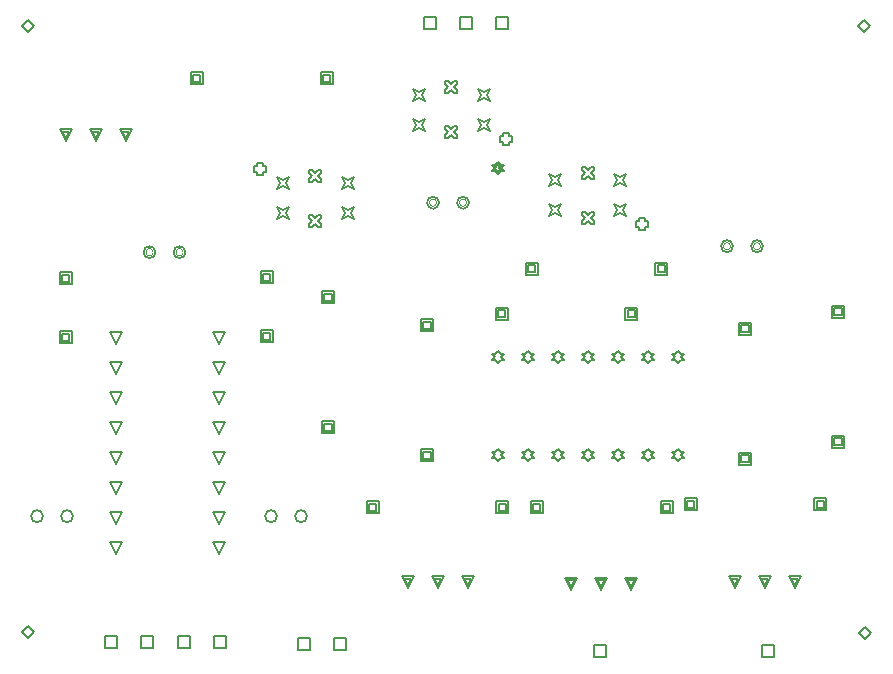
<source format=gbr>
%TF.GenerationSoftware,Altium Limited,Altium Designer,24.7.2 (38)*%
G04 Layer_Color=2752767*
%FSLAX45Y45*%
%MOMM*%
%TF.SameCoordinates,8DC067B9-F269-4F74-8086-07FC6546BFF1*%
%TF.FilePolarity,Positive*%
%TF.FileFunction,Drawing*%
%TF.Part,Single*%
G01*
G75*
%TA.AperFunction,NonConductor*%
%ADD27C,0.12700*%
%ADD28C,0.16933*%
%ADD29C,0.10160*%
D27*
X304800Y5473700D02*
X355600Y5524500D01*
X406400Y5473700D01*
X355600Y5422900D01*
X304800Y5473700D01*
X2844800Y3124200D02*
Y3225800D01*
X2946400D01*
Y3124200D01*
X2844800D01*
X2865120Y3144520D02*
Y3205480D01*
X2926080D01*
Y3144520D01*
X2865120D01*
X2844800Y2024202D02*
Y2125802D01*
X2946400D01*
Y2024202D01*
X2844800D01*
X2865120Y2044522D02*
Y2105482D01*
X2926080D01*
Y2044522D01*
X2865120D01*
X1976700Y1003300D02*
X1925900Y1104900D01*
X2027500D01*
X1976700Y1003300D01*
Y1257300D02*
X1925900Y1358900D01*
X2027500D01*
X1976700Y1257300D01*
Y1511300D02*
X1925900Y1612900D01*
X2027500D01*
X1976700Y1511300D01*
Y1765300D02*
X1925900Y1866900D01*
X2027500D01*
X1976700Y1765300D01*
Y2019300D02*
X1925900Y2120900D01*
X2027500D01*
X1976700Y2019300D01*
Y2273300D02*
X1925900Y2374900D01*
X2027500D01*
X1976700Y2273300D01*
Y2527300D02*
X1925900Y2628900D01*
X2027500D01*
X1976700Y2527300D01*
Y2781300D02*
X1925900Y2882900D01*
X2027500D01*
X1976700Y2781300D01*
X1096702D02*
X1045902Y2882900D01*
X1147502D01*
X1096702Y2781300D01*
Y2527300D02*
X1045902Y2628900D01*
X1147502D01*
X1096702Y2527300D01*
Y2273300D02*
X1045902Y2374900D01*
X1147502D01*
X1096702Y2273300D01*
Y2019300D02*
X1045902Y2120900D01*
X1147502D01*
X1096702Y2019300D01*
Y1765300D02*
X1045902Y1866900D01*
X1147502D01*
X1096702Y1765300D01*
Y1511300D02*
X1045902Y1612900D01*
X1147502D01*
X1096702Y1511300D01*
Y1257300D02*
X1045902Y1358900D01*
X1147502D01*
X1096702Y1257300D01*
Y1003300D02*
X1045902Y1104900D01*
X1147502D01*
X1096702Y1003300D01*
X2459899Y4089400D02*
X2485299Y4140200D01*
X2459899Y4191000D01*
X2510699Y4165600D01*
X2561499Y4191000D01*
X2536099Y4140200D01*
X2561499Y4089400D01*
X2510699Y4114800D01*
X2459899Y4089400D01*
X2734899Y3772398D02*
X2760299D01*
X2785699Y3797798D01*
X2811099Y3772398D01*
X2836499D01*
Y3797798D01*
X2811099Y3823198D01*
X2836499Y3848598D01*
Y3873998D01*
X2811099D01*
X2785699Y3848598D01*
X2760299Y3873998D01*
X2734899D01*
Y3848598D01*
X2760299Y3823198D01*
X2734899Y3797798D01*
Y3772398D01*
Y4152402D02*
X2760299D01*
X2785699Y4177802D01*
X2811099Y4152402D01*
X2836499D01*
Y4177802D01*
X2811099Y4203202D01*
X2836499Y4228602D01*
Y4254002D01*
X2811099D01*
X2785699Y4228602D01*
X2760299Y4254002D01*
X2734899D01*
Y4228602D01*
X2760299Y4203202D01*
X2734899Y4177802D01*
Y4152402D01*
X2295301Y4232798D02*
Y4207398D01*
X2346101D01*
Y4232798D01*
X2371501D01*
Y4283598D01*
X2346101D01*
Y4308998D01*
X2295301D01*
Y4283598D01*
X2269901D01*
Y4232798D01*
X2295301D01*
X3009900Y4089400D02*
X3035300Y4140200D01*
X3009900Y4191000D01*
X3060700Y4165600D01*
X3111500Y4191000D01*
X3086100Y4140200D01*
X3111500Y4089400D01*
X3060700Y4114800D01*
X3009900Y4089400D01*
Y3835400D02*
X3035300Y3886200D01*
X3009900Y3937000D01*
X3060700Y3911600D01*
X3111500Y3937000D01*
X3086100Y3886200D01*
X3111500Y3835400D01*
X3060700Y3860800D01*
X3009900Y3835400D01*
X2459899D02*
X2485299Y3886200D01*
X2459899Y3937000D01*
X2510699Y3911600D01*
X2561499Y3937000D01*
X2536099Y3886200D01*
X2561499Y3835400D01*
X2510699Y3860800D01*
X2459899Y3835400D01*
X5316901Y3860800D02*
X5342301Y3911600D01*
X5316901Y3962400D01*
X5367701Y3937000D01*
X5418501Y3962400D01*
X5393101Y3911600D01*
X5418501Y3860800D01*
X5367701Y3886200D01*
X5316901Y3860800D01*
X5041901Y4177802D02*
X5067301D01*
X5092701Y4203202D01*
X5118101Y4177802D01*
X5143501D01*
Y4203202D01*
X5118101Y4228602D01*
X5143501Y4254002D01*
Y4279402D01*
X5118101D01*
X5092701Y4254002D01*
X5067301Y4279402D01*
X5041901D01*
Y4254002D01*
X5067301Y4228602D01*
X5041901Y4203202D01*
Y4177802D01*
Y3797798D02*
X5067301D01*
X5092701Y3823198D01*
X5118101Y3797798D01*
X5143501D01*
Y3823198D01*
X5118101Y3848598D01*
X5143501Y3873998D01*
Y3899398D01*
X5118101D01*
X5092701Y3873998D01*
X5067301Y3899398D01*
X5041901D01*
Y3873998D01*
X5067301Y3848598D01*
X5041901Y3823198D01*
Y3797798D01*
X5532299Y3768202D02*
Y3742802D01*
X5583099D01*
Y3768202D01*
X5608499D01*
Y3819002D01*
X5583099D01*
Y3844402D01*
X5532299D01*
Y3819002D01*
X5506899D01*
Y3768202D01*
X5532299D01*
X4766900Y3860800D02*
X4792300Y3911600D01*
X4766900Y3962400D01*
X4817700Y3937000D01*
X4868500Y3962400D01*
X4843100Y3911600D01*
X4868500Y3860800D01*
X4817700Y3886200D01*
X4766900Y3860800D01*
Y4114800D02*
X4792300Y4165600D01*
X4766900Y4216400D01*
X4817700Y4191000D01*
X4868500Y4216400D01*
X4843100Y4165600D01*
X4868500Y4114800D01*
X4817700Y4140200D01*
X4766900Y4114800D01*
X5316901D02*
X5342301Y4165600D01*
X5316901Y4216400D01*
X5367701Y4191000D01*
X5418501Y4216400D01*
X5393101Y4165600D01*
X5418501Y4114800D01*
X5367701Y4140200D01*
X5316901Y4114800D01*
X4318000Y5448300D02*
Y5549900D01*
X4419600D01*
Y5448300D01*
X4318000D01*
X4161200Y4584700D02*
X4186600Y4635500D01*
X4161200Y4686300D01*
X4212000Y4660900D01*
X4262800Y4686300D01*
X4237400Y4635500D01*
X4262800Y4584700D01*
X4212000Y4610100D01*
X4161200Y4584700D01*
X3886199Y4901702D02*
X3911599D01*
X3936999Y4927102D01*
X3962399Y4901702D01*
X3987799D01*
Y4927102D01*
X3962399Y4952502D01*
X3987799Y4977902D01*
Y5003302D01*
X3962399D01*
X3936999Y4977902D01*
X3911599Y5003302D01*
X3886199D01*
Y4977902D01*
X3911599Y4952502D01*
X3886199Y4927102D01*
Y4901702D01*
Y4521698D02*
X3911599D01*
X3936999Y4547098D01*
X3962399Y4521698D01*
X3987799D01*
Y4547098D01*
X3962399Y4572498D01*
X3987799Y4597898D01*
Y4623298D01*
X3962399D01*
X3936999Y4597898D01*
X3911599Y4623298D01*
X3886199D01*
Y4597898D01*
X3911599Y4572498D01*
X3886199Y4547098D01*
Y4521698D01*
X4376602Y4492102D02*
Y4466702D01*
X4427402D01*
Y4492102D01*
X4452802D01*
Y4542902D01*
X4427402D01*
Y4568302D01*
X4376602D01*
Y4542902D01*
X4351202D01*
Y4492102D01*
X4376602D01*
X3611199Y4584700D02*
X3636599Y4635500D01*
X3611199Y4686300D01*
X3661999Y4660900D01*
X3712799Y4686300D01*
X3687399Y4635500D01*
X3712799Y4584700D01*
X3661999Y4610100D01*
X3611199Y4584700D01*
Y4838700D02*
X3636599Y4889500D01*
X3611199Y4940300D01*
X3661999Y4914900D01*
X3712799Y4940300D01*
X3687399Y4889500D01*
X3712799Y4838700D01*
X3661999Y4864100D01*
X3611199Y4838700D01*
X4161200D02*
X4186600Y4889500D01*
X4161200Y4940300D01*
X4212000Y4914900D01*
X4262800Y4940300D01*
X4237400Y4889500D01*
X4262800Y4838700D01*
X4212000Y4864100D01*
X4161200Y4838700D01*
X3708400Y5448300D02*
Y5549900D01*
X3810000D01*
Y5448300D01*
X3708400D01*
X4013200D02*
Y5549900D01*
X4114800D01*
Y5448300D01*
X4013200D01*
X1732097Y4978400D02*
Y5080000D01*
X1833697D01*
Y4978400D01*
X1732097D01*
X1752417Y4998720D02*
Y5059680D01*
X1813377D01*
Y4998720D01*
X1752417D01*
X2832100Y4978400D02*
Y5080000D01*
X2933700D01*
Y4978400D01*
X2832100D01*
X2852420Y4998720D02*
Y5059680D01*
X2913380D01*
Y4998720D01*
X2852420D01*
X3683000Y1786799D02*
Y1888399D01*
X3784600D01*
Y1786799D01*
X3683000D01*
X3703320Y1807119D02*
Y1868079D01*
X3764280D01*
Y1807119D01*
X3703320D01*
X3683000Y2886801D02*
Y2988401D01*
X3784600D01*
Y2886801D01*
X3683000D01*
X3703320Y2907121D02*
Y2968081D01*
X3764280D01*
Y2907121D01*
X3703320D01*
X7378700Y5473700D02*
X7429500Y5524500D01*
X7480300Y5473700D01*
X7429500Y5422900D01*
X7378700Y5473700D01*
X304800Y342900D02*
X355600Y393700D01*
X406400Y342900D01*
X355600Y292100D01*
X304800Y342900D01*
X7391400Y330200D02*
X7442200Y381000D01*
X7493000Y330200D01*
X7442200Y279400D01*
X7391400Y330200D01*
X2324100Y3294000D02*
Y3395600D01*
X2425700D01*
Y3294000D01*
X2324100D01*
X2344420Y3314320D02*
Y3375280D01*
X2405380D01*
Y3314320D01*
X2344420D01*
X2324100Y2794000D02*
Y2895600D01*
X2425700D01*
Y2794000D01*
X2324100D01*
X2344420Y2814320D02*
Y2875280D01*
X2405380D01*
Y2814320D01*
X2344420D01*
X4330700Y1790700D02*
X4356100Y1816100D01*
X4381500D01*
X4356100Y1841500D01*
X4381500Y1866900D01*
X4356100D01*
X4330700Y1892300D01*
X4305300Y1866900D01*
X4279900D01*
X4305300Y1841500D01*
X4279900Y1816100D01*
X4305300D01*
X4330700Y1790700D01*
X4584700D02*
X4610100Y1816100D01*
X4635500D01*
X4610100Y1841500D01*
X4635500Y1866900D01*
X4610100D01*
X4584700Y1892300D01*
X4559300Y1866900D01*
X4533900D01*
X4559300Y1841500D01*
X4533900Y1816100D01*
X4559300D01*
X4584700Y1790700D01*
X4838700D02*
X4864100Y1816100D01*
X4889500D01*
X4864100Y1841500D01*
X4889500Y1866900D01*
X4864100D01*
X4838700Y1892300D01*
X4813300Y1866900D01*
X4787900D01*
X4813300Y1841500D01*
X4787900Y1816100D01*
X4813300D01*
X4838700Y1790700D01*
X5092700D02*
X5118100Y1816100D01*
X5143500D01*
X5118100Y1841500D01*
X5143500Y1866900D01*
X5118100D01*
X5092700Y1892300D01*
X5067300Y1866900D01*
X5041900D01*
X5067300Y1841500D01*
X5041900Y1816100D01*
X5067300D01*
X5092700Y1790700D01*
X5346700D02*
X5372100Y1816100D01*
X5397500D01*
X5372100Y1841500D01*
X5397500Y1866900D01*
X5372100D01*
X5346700Y1892300D01*
X5321300Y1866900D01*
X5295900D01*
X5321300Y1841500D01*
X5295900Y1816100D01*
X5321300D01*
X5346700Y1790700D01*
X5600700D02*
X5626100Y1816100D01*
X5651500D01*
X5626100Y1841500D01*
X5651500Y1866900D01*
X5626100D01*
X5600700Y1892300D01*
X5575300Y1866900D01*
X5549900D01*
X5575300Y1841500D01*
X5549900Y1816100D01*
X5575300D01*
X5600700Y1790700D01*
X5854700D02*
X5880100Y1816100D01*
X5905500D01*
X5880100Y1841500D01*
X5905500Y1866900D01*
X5880100D01*
X5854700Y1892300D01*
X5829300Y1866900D01*
X5803900D01*
X5829300Y1841500D01*
X5803900Y1816100D01*
X5829300D01*
X5854700Y1790700D01*
Y2616200D02*
X5880100Y2641600D01*
X5905500D01*
X5880100Y2667000D01*
X5905500Y2692400D01*
X5880100D01*
X5854700Y2717800D01*
X5829300Y2692400D01*
X5803900D01*
X5829300Y2667000D01*
X5803900Y2641600D01*
X5829300D01*
X5854700Y2616200D01*
X5600700D02*
X5626100Y2641600D01*
X5651500D01*
X5626100Y2667000D01*
X5651500Y2692400D01*
X5626100D01*
X5600700Y2717800D01*
X5575300Y2692400D01*
X5549900D01*
X5575300Y2667000D01*
X5549900Y2641600D01*
X5575300D01*
X5600700Y2616200D01*
X5346700D02*
X5372100Y2641600D01*
X5397500D01*
X5372100Y2667000D01*
X5397500Y2692400D01*
X5372100D01*
X5346700Y2717800D01*
X5321300Y2692400D01*
X5295900D01*
X5321300Y2667000D01*
X5295900Y2641600D01*
X5321300D01*
X5346700Y2616200D01*
X5092700D02*
X5118100Y2641600D01*
X5143500D01*
X5118100Y2667000D01*
X5143500Y2692400D01*
X5118100D01*
X5092700Y2717800D01*
X5067300Y2692400D01*
X5041900D01*
X5067300Y2667000D01*
X5041900Y2641600D01*
X5067300D01*
X5092700Y2616200D01*
X4838700D02*
X4864100Y2641600D01*
X4889500D01*
X4864100Y2667000D01*
X4889500Y2692400D01*
X4864100D01*
X4838700Y2717800D01*
X4813300Y2692400D01*
X4787900D01*
X4813300Y2667000D01*
X4787900Y2641600D01*
X4813300D01*
X4838700Y2616200D01*
X4584700D02*
X4610100Y2641600D01*
X4635500D01*
X4610100Y2667000D01*
X4635500Y2692400D01*
X4610100D01*
X4584700Y2717800D01*
X4559300Y2692400D01*
X4533900D01*
X4559300Y2667000D01*
X4533900Y2641600D01*
X4559300D01*
X4584700Y2616200D01*
X4330700D02*
X4356100Y2641600D01*
X4381500D01*
X4356100Y2667000D01*
X4381500Y2692400D01*
X4356100D01*
X4330700Y2717800D01*
X4305300Y2692400D01*
X4279900D01*
X4305300Y2667000D01*
X4279900Y2641600D01*
X4305300D01*
X4330700Y2616200D01*
X5414100Y2984500D02*
Y3086100D01*
X5515700D01*
Y2984500D01*
X5414100D01*
X5434420Y3004820D02*
Y3065780D01*
X5495380D01*
Y3004820D01*
X5434420D01*
X4314102Y2984500D02*
Y3086100D01*
X4415702D01*
Y2984500D01*
X4314102D01*
X4334422Y3004820D02*
Y3065780D01*
X4395382D01*
Y3004820D01*
X4334422D01*
X2946400Y190500D02*
Y292100D01*
X3048000D01*
Y190500D01*
X2946400D01*
X2641600D02*
Y292100D01*
X2743200D01*
Y190500D01*
X2641600D01*
X622300Y2785300D02*
Y2886900D01*
X723900D01*
Y2785300D01*
X622300D01*
X642620Y2805620D02*
Y2866580D01*
X703580D01*
Y2805620D01*
X642620D01*
X622300Y3285300D02*
Y3386900D01*
X723900D01*
Y3285300D01*
X622300D01*
X642620Y3305620D02*
Y3366580D01*
X703580D01*
Y3305620D01*
X642620D01*
X673100Y4495800D02*
X622300Y4597400D01*
X723900D01*
X673100Y4495800D01*
Y4516120D02*
X642620Y4577080D01*
X703580D01*
X673100Y4516120D01*
X927100Y4495800D02*
X876300Y4597400D01*
X977900D01*
X927100Y4495800D01*
Y4516120D02*
X896620Y4577080D01*
X957580D01*
X927100Y4516120D01*
X1181100Y4495800D02*
X1130300Y4597400D01*
X1231900D01*
X1181100Y4495800D01*
Y4516120D02*
X1150620Y4577080D01*
X1211580D01*
X1181100Y4516120D01*
X5668100Y3365500D02*
Y3467100D01*
X5769700D01*
Y3365500D01*
X5668100D01*
X5688420Y3385820D02*
Y3446780D01*
X5749380D01*
Y3385820D01*
X5688420D01*
X4568102Y3365500D02*
Y3467100D01*
X4669702D01*
Y3365500D01*
X4568102D01*
X4588422Y3385820D02*
Y3446780D01*
X4649382D01*
Y3385820D01*
X4588422D01*
X6375400Y2857500D02*
Y2959100D01*
X6477000D01*
Y2857500D01*
X6375400D01*
X6395720Y2877820D02*
Y2938780D01*
X6456680D01*
Y2877820D01*
X6395720D01*
X6375400Y1757502D02*
Y1859102D01*
X6477000D01*
Y1757502D01*
X6375400D01*
X6395720Y1777822D02*
Y1838782D01*
X6456680D01*
Y1777822D01*
X6395720D01*
X7162800Y3001100D02*
Y3102700D01*
X7264400D01*
Y3001100D01*
X7162800D01*
X7183120Y3021420D02*
Y3082380D01*
X7244080D01*
Y3021420D01*
X7183120D01*
X7162800Y1901102D02*
Y2002702D01*
X7264400D01*
Y1901102D01*
X7162800D01*
X7183120Y1921422D02*
Y1982382D01*
X7244080D01*
Y1921422D01*
X7183120D01*
X4612549Y1346200D02*
Y1447800D01*
X4714149D01*
Y1346200D01*
X4612549D01*
X4632869Y1366520D02*
Y1427480D01*
X4693829D01*
Y1366520D01*
X4632869D01*
X5712551Y1346200D02*
Y1447800D01*
X5814151D01*
Y1346200D01*
X5712551D01*
X5732871Y1366520D02*
Y1427480D01*
X5793831D01*
Y1366520D01*
X5732871D01*
X7014301Y1371600D02*
Y1473200D01*
X7115901D01*
Y1371600D01*
X7014301D01*
X7034621Y1391920D02*
Y1452880D01*
X7095581D01*
Y1391920D01*
X7034621D01*
X5914299Y1371600D02*
Y1473200D01*
X6015899D01*
Y1371600D01*
X5914299D01*
X5934619Y1391920D02*
Y1452880D01*
X5995579D01*
Y1391920D01*
X5934619D01*
X6845300Y711200D02*
X6794500Y812800D01*
X6896100D01*
X6845300Y711200D01*
Y731520D02*
X6814820Y792480D01*
X6875780D01*
X6845300Y731520D01*
X6591300Y711200D02*
X6540500Y812800D01*
X6642100D01*
X6591300Y711200D01*
Y731520D02*
X6560820Y792480D01*
X6621780D01*
X6591300Y731520D01*
X6337300Y711200D02*
X6286500Y812800D01*
X6388100D01*
X6337300Y711200D01*
Y731520D02*
X6306820Y792480D01*
X6367780D01*
X6337300Y731520D01*
X5143500Y127000D02*
Y228600D01*
X5245100D01*
Y127000D01*
X5143500D01*
X3221899Y1346200D02*
Y1447800D01*
X3323499D01*
Y1346200D01*
X3221899D01*
X3242219Y1366520D02*
Y1427480D01*
X3303179D01*
Y1366520D01*
X3242219D01*
X4321901Y1346200D02*
Y1447800D01*
X4423501D01*
Y1346200D01*
X4321901D01*
X4342221Y1366520D02*
Y1427480D01*
X4403181D01*
Y1366520D01*
X4342221D01*
X4076700Y711200D02*
X4025900Y812800D01*
X4127500D01*
X4076700Y711200D01*
Y731520D02*
X4046220Y792480D01*
X4107180D01*
X4076700Y731520D01*
X3822700Y711200D02*
X3771900Y812800D01*
X3873500D01*
X3822700Y711200D01*
Y731520D02*
X3792220Y792480D01*
X3853180D01*
X3822700Y731520D01*
X3568700Y711200D02*
X3517900Y812800D01*
X3619500D01*
X3568700Y711200D01*
Y731520D02*
X3538220Y792480D01*
X3599180D01*
X3568700Y731520D01*
X6565900Y127000D02*
Y228600D01*
X6667500D01*
Y127000D01*
X6565900D01*
X1930400Y203200D02*
Y304800D01*
X2032000D01*
Y203200D01*
X1930400D01*
X1625600D02*
Y304800D01*
X1727200D01*
Y203200D01*
X1625600D01*
X1308100D02*
Y304800D01*
X1409700D01*
Y203200D01*
X1308100D01*
X1003300D02*
Y304800D01*
X1104900D01*
Y203200D01*
X1003300D01*
X4953000Y698500D02*
X4902200Y800100D01*
X5003800D01*
X4953000Y698500D01*
Y718820D02*
X4922520Y779780D01*
X4983480D01*
X4953000Y718820D01*
X5207000Y698500D02*
X5156200Y800100D01*
X5257800D01*
X5207000Y698500D01*
Y718820D02*
X5176520Y779780D01*
X5237480D01*
X5207000Y718820D01*
X5461000Y698500D02*
X5410200Y800100D01*
X5511800D01*
X5461000Y698500D01*
Y718820D02*
X5430520Y779780D01*
X5491480D01*
X5461000Y718820D01*
X4330700Y4216400D02*
X4356100Y4241800D01*
X4381500D01*
X4356100Y4267200D01*
X4381500Y4292600D01*
X4356100D01*
X4330700Y4318000D01*
X4305300Y4292600D01*
X4279900D01*
X4305300Y4267200D01*
X4279900Y4241800D01*
X4305300D01*
X4330700Y4216400D01*
Y4236720D02*
X4345940Y4251960D01*
X4361180D01*
X4345940Y4267200D01*
X4361180Y4282440D01*
X4345940D01*
X4330700Y4297680D01*
X4315460Y4282440D01*
X4300220D01*
X4315460Y4267200D01*
X4300220Y4251960D01*
X4315460D01*
X4330700Y4236720D01*
D28*
X1435100Y3556000D02*
G03*
X1435100Y3556000I-50800J0D01*
G01*
X1689100D02*
G03*
X1689100Y3556000I-50800J0D01*
G01*
X3835400Y3975100D02*
G03*
X3835400Y3975100I-50800J0D01*
G01*
X4089400D02*
G03*
X4089400Y3975100I-50800J0D01*
G01*
X6578600Y3606800D02*
G03*
X6578600Y3606800I-50800J0D01*
G01*
X6324600D02*
G03*
X6324600Y3606800I-50800J0D01*
G01*
X736600Y1320800D02*
G03*
X736600Y1320800I-50800J0D01*
G01*
X482600D02*
G03*
X482600Y1320800I-50800J0D01*
G01*
X2463800D02*
G03*
X2463800Y1320800I-50800J0D01*
G01*
X2717800D02*
G03*
X2717800Y1320800I-50800J0D01*
G01*
D29*
X1414780Y3556000D02*
G03*
X1414780Y3556000I-30480J0D01*
G01*
X1668780D02*
G03*
X1668780Y3556000I-30480J0D01*
G01*
X3815080Y3975100D02*
G03*
X3815080Y3975100I-30480J0D01*
G01*
X4069080D02*
G03*
X4069080Y3975100I-30480J0D01*
G01*
X6558280Y3606800D02*
G03*
X6558280Y3606800I-30480J0D01*
G01*
X6304280D02*
G03*
X6304280Y3606800I-30480J0D01*
G01*
%TF.MD5,7fcf94d8b0197f5ed1ef9423130aff5e*%
M02*

</source>
